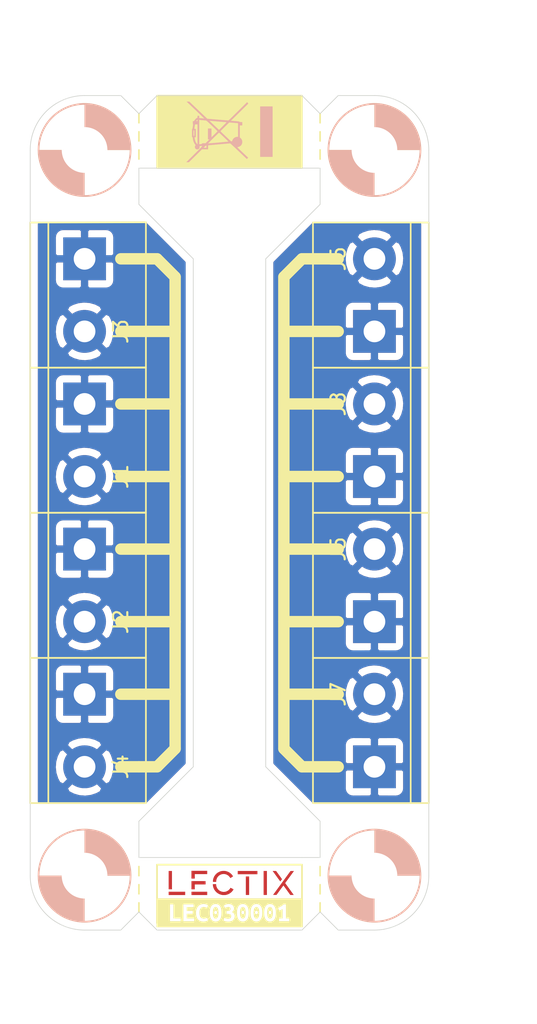
<source format=kicad_pcb>
(kicad_pcb (version 20211014) (generator pcbnew)
  (layers (0 "F.Cu" signal) (31 "B.Cu" signal) (34 "B.Paste" user) (35 "F.Paste" user) (36 "B.SilkS" user "B.Silkscreen") (37 "F.SilkS" user "F.Silkscreen") (38 "B.Mask" user) (39 "F.Mask" user) (44 "Edge.Cuts" user))
  (net 0 "")
  (net 1 "/green")
  (net 2 "/blue")
  (footprint "0_mechanical:MountingHole_3.2mm_M3" (layer "F.Cu") (at 203.2 101.6)
    (fp_text reference "H3" hide)
    (fp_text value "MountingHole" hide)
    (pad "" np_thru_hole circle locked (at 0 0) (size 3.2 3.2) (drill 3.2) (layers *.Cu *.Mask))
  )
  (footprint "0_mechanical:MountingHole_3.2mm_M3" (layer "F.Cu") (at 203.2 50.8)
    (fp_text reference "H4" hide)
    (fp_text value "MountingHole" hide)
    (pad "" np_thru_hole circle locked (at 0 0) (size 3.2 3.2) (drill 3.2) (layers *.Cu *.Mask))
  )
  (footprint "0_connectors:TerminalBlock_bornier-2_P5.08mm-blue" (layer "F.Cu") (at 203.2 81.28 90)
    (fp_text reference "J5" (at 2.54 -2.54 90) (layer "F.SilkS"))
    (fp_text value "Screw_Terminal_01x02_blue")
    (pad "1" thru_hole rect locked (at -2.54 0 90) (size 3 3) (drill 1.52) (layers *.Cu *.Mask) (net 2 "/blue"))
    (pad "2" thru_hole circle locked (at 2.54 0 90) (size 3 3) (drill 1.52) (layers *.Cu *.Mask) (net 2 "/blue"))
  )
  (footprint "0_connectors:TerminalBlock_bornier-2_P5.08mm-blue" (layer "F.Cu") (at 203.2 60.96 90)
    (fp_text reference "J6" (at 2.54 -2.54 90) (layer "F.SilkS"))
    (fp_text value "Screw_Terminal_01x02_blue")
    (pad "1" thru_hole rect locked (at -2.54 0 90) (size 3 3) (drill 1.52) (layers *.Cu *.Mask) (net 2 "/blue"))
    (pad "2" thru_hole circle locked (at 2.54 0 90) (size 3 3) (drill 1.52) (layers *.Cu *.Mask) (net 2 "/blue"))
  )
  (footprint "0_connectors:TerminalBlock_bornier-2_P5.08mm-blue" (layer "F.Cu") (at 203.2 91.44 90)
    (fp_text reference "J7" (at 2.54 -2.54 90) (layer "F.SilkS"))
    (fp_text value "Screw_Terminal_01x02_blue")
    (pad "1" thru_hole rect locked (at -2.54 0 90) (size 3 3) (drill 1.52) (layers *.Cu *.Mask) (net 2 "/blue"))
    (pad "2" thru_hole circle locked (at 2.54 0 90) (size 3 3) (drill 1.52) (layers *.Cu *.Mask) (net 2 "/blue"))
  )
  (footprint "0_connectors:TerminalBlock_bornier-2_P5.08mm-blue" (layer "F.Cu") (at 203.2 71.12 90)
    (fp_text reference "J8" (at 2.54 -2.54 90) (layer "F.SilkS"))
    (fp_text value "Screw_Terminal_01x02_blue")
    (pad "1" thru_hole rect locked (at -2.54 0 90) (size 3 3) (drill 1.52) (layers *.Cu *.Mask) (net 2 "/blue"))
    (pad "2" thru_hole circle locked (at 2.54 0 90) (size 3 3) (drill 1.52) (layers *.Cu *.Mask) (net 2 "/blue"))
  )
  (footprint "0_connectors:TerminalBlock_bornier-2_P5.08mm-green" (layer "F.Cu") (at 182.88 81.28 -90)
    (fp_text reference "J2" (at 2.54 -2.54 90) (layer "F.SilkS"))
    (fp_text value "Screw_Terminal_01x02_green")
    (pad "1" thru_hole rect locked (at -2.54 0 270) (size 3 3) (drill 1.52) (layers *.Cu *.Mask) (net 1 "/green"))
    (pad "2" thru_hole circle locked (at 2.54 0 270) (size 3 3) (drill 1.52) (layers *.Cu *.Mask) (net 1 "/green"))
  )
  (footprint "0_mechanical:MountingHole_3.2mm_M3" (layer "F.Cu") (at 182.88 50.8)
    (fp_text reference "H2" hide)
    (fp_text value "MountingHole" hide)
    (pad "" np_thru_hole circle locked (at 0 0) (size 3.2 3.2) (drill 3.2) (layers *.Cu *.Mask))
  )
  (footprint "0_mechanical:MountingHole_3.2mm_M3" (layer "F.Cu") (at 182.88 101.6)
    (fp_text reference "H1" hide)
    (fp_text value "MountingHole" hide)
    (pad "" np_thru_hole circle locked (at 0 0) (size 3.2 3.2) (drill 3.2) (layers *.Cu *.Mask))
  )
  (footprint "0_connectors:TerminalBlock_bornier-2_P5.08mm-green" (layer "F.Cu") (at 182.88 71.12 -90)
    (fp_text reference "J1" (at 2.54 -2.54 90) (layer "F.SilkS"))
    (fp_text value "Screw_Terminal_01x02_green")
    (pad "1" thru_hole rect locked (at -2.54 0 270) (size 3 3) (drill 1.52) (layers *.Cu *.Mask) (net 1 "/green"))
    (pad "2" thru_hole circle locked (at 2.54 0 270) (size 3 3) (drill 1.52) (layers *.Cu *.Mask) (net 1 "/green"))
  )
  (footprint "0_connectors:TerminalBlock_bornier-2_P5.08mm-green" (layer "F.Cu") (at 182.88 91.44 -90)
    (fp_text reference "J4" (at 2.54 -2.54 90) (layer "F.SilkS"))
    (fp_text value "Screw_Terminal_01x02_green")
    (pad "1" thru_hole rect locked (at -2.54 0 270) (size 3 3) (drill 1.52) (layers *.Cu *.Mask) (net 1 "/green"))
    (pad "2" thru_hole circle locked (at 2.54 0 270) (size 3 3) (drill 1.52) (layers *.Cu *.Mask) (net 1 "/green"))
  )
  (footprint "0_connectors:TerminalBlock_bornier-2_P5.08mm-green" (layer "F.Cu") (at 182.88 60.96 -90)
    (fp_text reference "J3" (at 2.54 -2.54 90) (layer "F.SilkS"))
    (fp_text value "Screw_Terminal_01x02_green")
    (pad "1" thru_hole rect locked (at -2.54 0 270) (size 3 3) (drill 1.52) (layers *.Cu *.Mask) (net 1 "/green"))
    (pad "2" thru_hole circle locked (at 2.54 0 270) (size 3 3) (drill 1.52) (layers *.Cu *.Mask) (net 1 "/green"))
  )
  (footprint "0_logos:Logo_10mm" (layer "F.Cu") (at 193.04 102.1)
    (fp_text reference "LOGO1" hide)
    (fp_text value "logo_lectix_25mm" hide)
    (fp_poly (pts (xy -4.0386 0.45212) (xy -4.25958 0.45212) (xy -4.25958 -0.82296) (xy -4.0386 -0.82296) (xy -4.0386 0.45212)) (layer "F.Cu") (width 0.01) (fill solid))
    (fp_poly (pts (xy 1.95072 -0.60452) (xy 0.58166 -0.60452) (xy 0.58166 -0.8255) (xy 1.95072 -0.8255) (xy 1.95072 -0.60452)) (layer "F.Cu") (width 0.01) (fill solid))
    (fp_poly (pts (xy -0.373791 -0.828885) (xy -0.352051 -0.828102) (xy -0.333524 -0.826865) (xy -0.32512 -0.825987) (xy -0.263464 -0.815889) (xy -0.203518 -0.801142) (xy -0.145498 -0.78188) (xy -0.08962 -0.75824) (xy -0.036099 -0.730358) (xy 0.01485 -0.698368) (xy 0.063012 -0.662408) (xy 0.108171 -0.622612) (xy 0.150111 -0.579116) (xy 0.188617 -0.532056) (xy 0.223475 -0.481567) (xy 0.224753 -0.479538) (xy 0.23095 -0.469396) (xy 0.235873 -0.460824) (xy 0.239032 -0.454716) (xy 0.239933 -0.451966) (xy 0.239927 -0.451954) (xy 0.237616 -0.450206) (xy 0.231584 -0.446064) (xy 0.222376 -0.439884) (xy 0.210541 -0.432024) (xy 0.196627 -0.422841) (xy 0.181181 -0.412692) (xy 0.16475 -0.401934) (xy 0.147883 -0.390925) (xy 0.131127 -0.380021) (xy 0.115029 -0.369581) (xy 0.100138 -0.359961) (xy 0.087 -0.351518) (xy 0.076165 -0.34461) (xy 0.068178 -0.339593) (xy 0.063588 -0.336826) (xy 0.062794 -0.336416) (xy 0.059968 -0.337282) (xy 0.055905 -0.341905) (xy 0.050305 -0.350661) (xy 0.047184 -0.356086) (xy 0.030089 -0.383572) (xy 0.009427 -0.411998) (xy -0.013771 -0.440148) (xy -0.038472 -0.466803) (xy -0.063644 -0.490746) (xy -0.07552 -0.50086) (xy -0.116154 -0.530828) (xy -0.159753 -0.556873) (xy -0.205804 -0.578774) (xy -0.253792 -0.59631) (xy -0.303203 -0.60926) (xy -0.343548 -0.616187) (xy -0.365054 -0.618232) (xy -0.389779 -0.619278) (xy -0.41624 -0.619363) (xy -0.442955 -0.61852) (xy -0.468443 -0.616786) (xy -0.491221 -0.614196) (xy -0.502174 -0.612397) (xy -0.552714 -0.600392) (xy -0.601225 -0.583901) (xy -0.647466 -0.563143) (xy -0.691196 -0.538334) (xy -0.732174 -0.509692) (xy -0.770159 -0.477434) (xy -0.80491 -0.441777) (xy -0.836186 -0.402938) (xy -0.863748 -0.361136) (xy -0.887352 -0.316587) (xy -0.90676 -0.269508) (xy -0.916801 -0.238379) (xy -0.927444 -0.193948) (xy -0.934072 -0.147895) (xy -0.936568 -0.109855) (xy -0.937972 -0.06858) (xy -1.158969 -0.06858) (xy -1.157493 -0.113665) (xy -1.153049 -0.173235) (xy -1.143761 -0.231781) (xy -1.129804 -0.289055) (xy -1.111357 -0.344808) (xy -1.088595 -0.398794) (xy -1.061694 -0.450761) (xy -1.030832 -0.500463) (xy -0.996184 -0.547651) (xy -0.957927 -0.592077) (xy -0.916238 -0.63349) (xy -0.871292 -0.671645) (xy -0.823267 -0.706291) (xy -0.772339 -0.73718) (xy -0.718684 -0.764064) (xy -0.6858 -0.777954) (xy -0.632923 -0.796535) (xy -0.578211 -0.811237) (xy -0.520795 -0.822284) (xy -0.50546 -0.824566) (xy -0.489281 -0.826312) (xy -0.469218 -0.827661) (xy -0.446456 -0.828601) (xy -0.422175 -0.829125) (xy -0.397559 -0.829223) (xy -0.373791 -0.828885)) (layer "F.Cu") (width 0.01) (fill solid))
    (fp_poly (pts (xy 3.260968 -0.8255) (xy 3.466269 -0.542956) (xy 3.490799 -0.509165) (xy 3.514493 -0.476463) (xy 3.53718 -0.445091) (xy 3.558689 -0.415286) (xy 3.578848 -0.387289) (xy 3.597487 -0.361337) (xy 3.614435 -0.337671) (xy 3.62952 -0.31653) (xy 3.642571 -0.298152) (xy 3.653418 -0.282777) (xy 3.661889 -0.270644) (xy 3.667814 -0.261991) (xy 3.671021 -0.257058) (xy 3.67157 -0.255979) (xy 3.670129 -0.252999) (xy 3.666077 -0.246561) (xy 3.659817 -0.237221) (xy 3.651755 -0.225539) (xy 3.642293 -0.212072) (xy 3.631838 -0.197378) (xy 3.620793 -0.182016) (xy 3.609562 -0.166543) (xy 3.598551 -0.151517) (xy 3.588162 -0.137496) (xy 3.578801 -0.125038) (xy 3.570872 -0.114702) (xy 3.564779 -0.107045) (xy 3.560927 -0.102625) (xy 3.55981 -0.101753) (xy 3.558071 -0.103777) (xy 3.553504 -0.109705) (xy 3.546264 -0.119329) (xy 3.536502 -0.132439) (xy 3.524373 -0.148826) (xy 3.510029 -0.168281) (xy 3.493625 -0.190595) (xy 3.475313 -0.215558) (xy 3.455247 -0.242963) (xy 3.433579 -0.272598) (xy 3.410465 -0.304257) (xy 3.386056 -0.337728) (xy 3.360506 -0.372804) (xy 3.333968 -0.409276) (xy 3.306596 -0.446933) (xy 3.29819 -0.458507) (xy 3.270558 -0.496555) (xy 3.243707 -0.533532) (xy 3.217789 -0.569228) (xy 3.19296 -0.603428) (xy 3.169374 -0.635919) (xy 3.147186 -0.666489) (xy 3.126549 -0.694925) (xy 3.107618 -0.721015) (xy 3.090548 -0.744544) (xy 3.075493 -0.765301) (xy 3.062608 -0.783073) (xy 3.052047 -0.797646) (xy 3.043964 -0.808808) (xy 3.038514 -0.816346) (xy 3.035851 -0.820048) (xy 3.035625 -0.82037) (xy 3.034877 -0.821583) (xy 3.034715 -0.822588) (xy 3.035563 -0.823405) (xy 3.037844 -0.824053) (xy 3.041981 -0.824551) (xy 3.048399 -0.824919) (xy 3.057522 -0.825177) (xy 3.069772 -0.825345) (xy 3.085573 -0.825441) (xy 3.105349 -0.825486) (xy 3.129525 -0.8255) (xy 3.146554 -0.825501) (xy 3.260968 -0.8255)) (layer "F.Cu") (width 0.01) (fill solid))
    (fp_poly (pts (xy -1.56718 -0.61214) (xy -2.44094 -0.61214) (xy -2.44094 -0.29972) (xy -2.66446 -0.29972) (xy -2.66446 -0.83312) (xy -1.56718 -0.83312) (xy -1.56718 -0.61214)) (layer "F.Cu") (width 0.01) (fill solid))
    (fp_poly (pts (xy -3.1115 0.85344) (xy -4.25958 0.85344) (xy -4.25958 0.62992) (xy -3.1115 0.62992) (xy -3.1115 0.85344)) (layer "F.Cu") (width 0.01) (fill solid))
    (fp_poly (pts (xy -1.56718 0.85344) (xy -2.65938 0.85344) (xy -2.65938 0.62992) (xy -1.56718 0.62992) (xy -1.56718 0.85344)) (layer "F.Cu") (width 0.01) (fill solid))
    (fp_poly (pts (xy -1.68148 0.10922) (xy -2.44094 0.10922) (xy -2.44094 0.45212) (xy -2.66192 0.45212) (xy -2.66192 -0.1143) (xy -1.68148 -0.1143) (xy -1.68148 0.10922)) (layer "F.Cu") (width 0.01) (fill solid))
    (fp_poly (pts (xy 4.376304 -0.819908) (xy 4.39485 -0.819812) (xy 4.508296 -0.81915) (xy 4.202148 -0.400817) (xy 4.172064 -0.359702) (xy 4.142787 -0.319675) (xy 4.114458 -0.280931) (xy 4.087217 -0.243662) (xy 4.061206 -0.20806) (xy 4.036566 -0.17432) (xy 4.013436 -0.142634) (xy 3.991957 -0.113194) (xy 3.972271 -0.086194) (xy 3.954518 -0.061828) (xy 3.938839 -0.040287) (xy 3.925374 -0.021764) (xy 3.914265 -0.006454) (xy 3.905651 0.005452) (xy 3.899674 0.01376) (xy 3.896474 0.018277) (xy 3.895946 0.019087) (xy 3.897407 0.021269) (xy 3.901707 0.02737) (xy 3.908703 0.037192) (xy 3.918256 0.050541) (xy 3.930224 0.06722) (xy 3.944465 0.087032) (xy 3.960838 0.109783) (xy 3.979202 0.135275) (xy 3.999416 0.163314) (xy 4.021337 0.193701) (xy 4.044825 0.226243) (xy 4.069739 0.260742) (xy 4.095938 0.297003) (xy 4.123279 0.334829) (xy 4.151622 0.374025) (xy 4.180825 0.414395) (xy 4.192671 0.430766) (xy 4.22219 0.471564) (xy 4.250913 0.511274) (xy 4.278699 0.549701) (xy 4.305405 0.586647) (xy 4.330889 0.621916) (xy 4.35501 0.65531) (xy 4.377626 0.686635) (xy 4.398595 0.715692) (xy 4.417775 0.742285) (xy 4.435025 0.766218) (xy 4.450202 0.787293) (xy 4.463164 0.805315) (xy 4.47377 0.820086) (xy 4.481878 0.831411) (xy 4.487346 0.839091) (xy 4.490033 0.842932) (xy 4.490296 0.843347) (xy 4.488016 0.843981) (xy 4.480822 0.844522) (xy 4.468878 0.844969) (xy 4.452349 0.845317) (xy 4.4314 0.845563) (xy 4.406196 0.845703) (xy 4.377266 0.845734) (xy 4.26339 0.845649) (xy 4.02209 0.51178) (xy 3.995526 0.475037) (xy 3.969765 0.439426) (xy 3.944965 0.405163) (xy 3.921283 0.372466) (xy 3.898876 0.34155) (xy 3.877902 0.312632) (xy 3.858517 0.285929) (xy 3.84088 0.261658) (xy 3.825147 0.240034) (xy 3.811475 0.221274) (xy 3.800023 0.205596) (xy 3.790948 0.193215) (xy 3.784406 0.184347) (xy 3.780556 0.179211) (xy 3.77952 0.177933) (xy 3.777906 0.17995) (xy 3.773455 0.185854) (xy 3.766324 0.195427) (xy 3.756674 0.208455) (xy 3.744661 0.224722) (xy 3.730447 0.24401) (xy 3.714188 0.266106) (xy 3.696044 0.290791) (xy 3.676173 0.317851) (xy 3.654734 0.34707) (xy 3.631887 0.378231) (xy 3.607789 0.411119) (xy 3.5826 0.445518) (xy 3.556477 0.481211) (xy 3.53568 0.509644) (xy 3.508925 0.546214) (xy 3.482965 0.581667) (xy 3.457961 0.615786) (xy 3.434072 0.648355) (xy 3.411458 0.679156) (xy 3.390279 0.707973) (xy 3.370693 0.734589) (xy 3.352863 0.758787) (xy 3.336946 0.78035) (xy 3.323102 0.799061) (xy 3.311493 0.814704) (xy 3.302276 0.827061) (xy 3.295613 0.835916) (xy 3.291662 0.841051) (xy 3.29057 0.842335) (xy 3.287574 0.842529) (xy 3.280025 0.84268) (xy 3.26845 0.842789) (xy 3.253375 0.842853) (xy 3.235327 0.84287) (xy 3.214833 0.842839) (xy 3.192419 0.842759) (xy 3.175648 0.842672) (xy 3.063267 0.84201) (xy 3.669225 0.01397) (xy 3.711717 -0.044093) (xy 3.753457 -0.101122) (xy 3.794343 -0.156981) (xy 3.834276 -0.211531) (xy 3.873154 -0.264637) (xy 3.910878 -0.316161) (xy 3.947347 -0.365964) (xy 3.982459 -0.413911) (xy 4.016115 -0.459864) (xy 4.048214 -0.503686) (xy 4.078655 -0.545239) (xy 4.107338 -0.584386) (xy 4.134162 -0.620989) (xy 4.159027 -0.654913) (xy 4.181832 -0.686019) (xy 4.202477 -0.714169) (xy 4.22086 -0.739228) (xy 4.236882 -0.761057) (xy 4.250441 -0.779519) (xy 4.261437 -0.794478) (xy 4.269771 -0.805795) (xy 4.27534 -0.813333) (xy 4.278045 -0.816956) (xy 4.278294 -0.817272) (xy 4.280129 -0.818064) (xy 4.284193 -0.818708) (xy 4.29086 -0.819211) (xy 4.300504 -0.819582) (xy 4.313497 -0.819829) (xy 4.330212 -0.819961) (xy 4.351024 -0.819984) (xy 4.376304 -0.819908)) (layer "F.Cu") (width 0.01) (fill solid))
    (fp_poly (pts (xy -0.941598 0.135255) (xy -0.93688 0.184642) (xy -0.927286 0.233391) (xy -0.913012 0.281126) (xy -0.894257 0.327472) (xy -0.871216 0.372055) (xy -0.844087 0.4145) (xy -0.813067 0.454432) (xy -0.778352 0.491476) (xy -0.74014 0.525258) (xy -0.73406 0.530066) (xy -0.693962 0.558193) (xy -0.650655 0.582754) (xy -0.604786 0.603491) (xy -0.557001 0.620147) (xy -0.507946 0.632466) (xy -0.458267 0.640191) (xy -0.456939 0.640331) (xy -0.435583 0.641812) (xy -0.410988 0.642277) (xy -0.38483 0.641784) (xy -0.358784 0.640393) (xy -0.334525 0.638161) (xy -0.31496 0.635369) (xy -0.26458 0.623968) (xy -0.215829 0.608011) (xy -0.169027 0.587722) (xy -0.124494 0.563326) (xy -0.082553 0.53505) (xy -0.043523 0.503119) (xy -0.007725 0.467757) (xy 0.024521 0.429189) (xy 0.052893 0.387642) (xy 0.063459 0.36957) (xy 0.067764 0.361866) (xy 0.070977 0.356162) (xy 0.072419 0.35366) (xy 0.072428 0.353648) (xy 0.074718 0.354589) (xy 0.080966 0.357586) (xy 0.090622 0.362356) (xy 0.103134 0.368617) (xy 0.11795 0.376087) (xy 0.134518 0.384484) (xy 0.152288 0.393526) (xy 0.170709 0.40293) (xy 0.189227 0.412414) (xy 0.207292 0.421697) (xy 0.224353 0.430496) (xy 0.239857 0.43853) (xy 0.253254 0.445515) (xy 0.263992 0.45117) (xy 0.271519 0.455212) (xy 0.275284 0.45736) (xy 0.275579 0.457574) (xy 0.276342 0.459476) (xy 0.27565 0.462864) (xy 0.273236 0.468246) (xy 0.268829 0.47613) (xy 0.262161 0.487022) (xy 0.252963 0.501432) (xy 0.249532 0.50673) (xy 0.213745 0.557247) (xy 0.174233 0.604456) (xy 0.131253 0.648181) (xy 0.085061 0.688245) (xy 0.035915 0.724473) (xy -0.015929 0.75669) (xy -0.070214 0.784719) (xy -0.126683 0.808386) (xy -0.185078 0.827513) (xy -0.238614 0.840608) (xy -0.259549 0.844715) (xy -0.278693 0.847937) (xy -0.297214 0.850387) (xy -0.316279 0.852177) (xy -0.337056 0.853419) (xy -0.360714 0.854226) (xy -0.38481 0.854665) (xy -0.403035 0.85486) (xy -0.419929 0.85496) (xy -0.434719 0.854966) (xy -0.446633 0.85488) (xy -0.454897 0.854704) (xy -0.45847 0.854485) (xy -0.464358 0.853741) (xy -0.47369 0.85263) (xy -0.484862 0.851341) (xy -0.49022 0.850735) (xy -0.545997 0.842047) (xy -0.601993 0.828574) (xy -0.657599 0.810545) (xy -0.712206 0.788188) (xy -0.765203 0.761731) (xy -0.815981 0.731401) (xy -0.82423 0.725955) (xy -0.854202 0.705098) (xy -0.880956 0.684653) (xy -0.906058 0.663317) (xy -0.931073 0.63979) (xy -0.946282 0.624501) (xy -0.98848 0.577656) (xy -1.026384 0.528179) (xy -1.059914 0.476236) (xy -1.088986 0.421994) (xy -1.113518 0.365618) (xy -1.133426 0.307274) (xy -1.148629 0.247129) (xy -1.156813 0.201477) (xy -1.15802 0.192261) (xy -1.159423 0.17981) (xy -1.160913 0.165307) (xy -1.162382 0.149937) (xy -1.163719 0.134885) (xy -1.164815 0.121334) (xy -1.165562 0.11047) (xy -1.16585 0.103505) (xy -1.163398 0.103107) (xy -1.156379 0.102738) (xy -1.145308 0.102405) (xy -1.130696 0.102119) (xy -1.113059 0.101886) (xy -1.092909 0.101717) (xy -1.070759 0.10162) (xy -1.054481 0.1016) (xy -0.943101 0.1016) (xy -0.941598 0.135255)) (layer "F.Cu") (width 0.01) (fill solid))
    (fp_poly (pts (xy 2.61874 0.84582) (xy 2.39776 0.84582) (xy 2.39776 -0.8255) (xy 2.61874 -0.8255) (xy 2.61874 0.84582)) (layer "F.Cu") (width 0.01) (fill solid))
    (fp_poly (pts (xy 1.3716 0.84582) (xy 1.15062 0.84582) (xy 1.15062 -0.43688) (xy 1.3716 -0.43688) (xy 1.3716 0.84582)) (layer "F.Cu") (width 0.01) (fill solid))
  )
  (footprint "kikit:Tab" (layer "F.Cu") (at 193 46.65 -90)
    (fp_text reference "REF**" hide)
    (fp_text value "Tab")
  )
  (footprint "kikit:Tab" (layer "F.Cu") (at 192.85 105.65 90)
    (fp_text reference "REF**" hide)
    (fp_text value "Tab")
  )
  (footprint "kibuzzard-627E86E4" (layer "F.Cu") (at 193.05 104.2)
    (fp_text reference "kibuzzard-627E86E4" hide)
    (fp_text value "G***" hide)
  )
  (footprint "Symbol:WEEE-Logo_4.2x6mm_SilkScreen" (layer "B.Cu") (at 193.04 49.53 -90)
    (fp_text reference "REF**" hide)
    (fp_text value "WEEE-Logo_4.2x6mm_SilkScreen" hide)
  )
  (gr_line (start 187.96 58.42) (end 185.42 58.42) (layer "F.SilkS") (width 0.8))
  (gr_line (start 189.23 59.69) (end 187.96 58.42) (layer "F.SilkS") (width 0.8))
  (gr_line (start 189.23 83.82) (end 185.42 83.82) (layer "F.SilkS") (width 0.8))
  (gr_line (start 189.23 88.9) (end 185.42 88.9) (layer "F.SilkS") (width 0.8))
  (gr_line (start 189.23 73.66) (end 185.42 73.66) (layer "F.SilkS") (width 0.8))
  (gr_line (start 189.23 63.5) (end 185.42 63.5) (layer "F.SilkS") (width 0.8))
  (gr_line (start 189.23 78.74) (end 185.42 78.74) (layer "F.SilkS") (width 0.8))
  (gr_line (start 189.23 68.58) (end 185.42 68.58) (layer "F.SilkS") (width 0.8))
  (gr_line (start 185.42 93.98) (end 186.69 93.98) (layer "F.SilkS") (width 0.8))
  (gr_line (start 187.96 93.98) (end 189.23 92.71) (layer "F.SilkS") (width 0.8))
  (gr_line (start 186.69 93.98) (end 187.96 93.98) (layer "F.SilkS") (width 0.8))
  (gr_line (start 189.23 92.71) (end 189.23 59.69) (layer "F.SilkS") (width 0.8))
  (gr_line (start 198.12 100.83) (end 187.96 100.83) (layer "F.SilkS") (width 0.12))
  (gr_line (start 186.69 48.26) (end 186.69 48.895) (layer "F.SilkS") (width 0.12))
  (gr_poly (pts (xy 198.12 52.07) (xy 187.96 52.07) (xy 187.96 46.99) (xy 198.12 46.99)) (layer "F.SilkS") (width 0.1) (fill solid))
  (gr_line (start 196.85 88.9) (end 200.66 88.9) (layer "F.SilkS") (width 0.8))
  (gr_line (start 186.69 100.965) (end 186.69 101.6) (layer "F.SilkS") (width 0.12))
  (gr_line (start 200.66 63.5) (end 196.85 63.5) (layer "F.SilkS") (width 0.8))
  (gr_line (start 199.39 102.87) (end 199.39 102.235) (layer "F.SilkS") (width 0.12))
  (gr_line (start 196.85 78.74) (end 200.66 78.74) (layer "F.SilkS") (width 0.8))
  (gr_line (start 198.12 104.91) (end 198.12 100.83) (layer "F.SilkS") (width 0.12))
  (gr_line (start 196.85 92.71) (end 196.85 59.69) (layer "F.SilkS") (width 0.8))
  (gr_line (start 196.85 59.69) (end 198.12 58.42) (layer "F.SilkS") (width 0.8))
  (gr_line (start 186.69 49.53) (end 186.69 50.165) (layer "F.SilkS") (width 0.12))
  (gr_line (start 199.39 101.6) (end 199.39 100.965) (layer "F.SilkS") (width 0.12))
  (gr_line (start 198.12 58.42) (end 200.66 58.42) (layer "F.SilkS") (width 0.8))
  (gr_line (start 187.96 104.91) (end 198.12 104.91) (layer "F.SilkS") (width 0.12))
  (gr_line (start 199.39 104.14) (end 199.39 103.505) (layer "F.SilkS") (width 0.12))
  (gr_line (start 199.39 49.53) (end 199.39 50.165) (layer "F.SilkS") (width 0.12))
  (gr_line (start 200.66 93.98) (end 198.12 93.98) (layer "F.SilkS") (width 0.8))
  (gr_line (start 200.66 83.82) (end 196.85 83.82) (layer "F.SilkS") (width 0.8))
  (gr_line (start 199.39 48.26) (end 199.39 48.895) (layer "F.SilkS") (width 0.12))
  (gr_line (start 187.96 100.83) (end 187.96 104.91) (layer "F.SilkS") (width 0.12))
  (gr_line (start 186.69 103.505) (end 186.69 104.14) (layer "F.SilkS") (width 0.12))
  (gr_line (start 186.69 50.8) (end 186.69 51.435) (layer "F.SilkS") (width 0.12))
  (gr_line (start 199.39 50.8) (end 199.39 51.435) (layer "F.SilkS") (width 0.12))
  (gr_line (start 200.66 73.66) (end 196.85 73.66) (layer "F.SilkS") (width 0.8))
  (gr_line (start 196.85 68.58) (end 200.66 68.58) (layer "F.SilkS") (width 0.8))
  (gr_line (start 186.69 102.235) (end 186.69 102.87) (layer "F.SilkS") (width 0.12))
  (gr_line (start 198.12 93.98) (end 196.85 92.71) (layer "F.SilkS") (width 0.8))
  (gr_line (start 186.69 54.61) (end 190.5 58.42) (layer "Edge.Cuts") (width 0.05))
  (gr_line (start 186.69 97.79) (end 190.5 93.98) (layer "Edge.Cuts") (width 0.05))
  (gr_line (start 190.5 93.98) (end 190.5 58.42) (layer "Edge.Cuts") (width 0.05))
  (gr_line (start 199.39 100.33) (end 199.39 97.79) (layer "Edge.Cuts") (width 0.05))
  (gr_line (start 186.69 100.33) (end 186.69 97.79) (layer "Edge.Cuts") (width 0.05))
  (gr_line (start 199.39 54.61) (end 199.39 52.07) (layer "Edge.Cuts") (width 0.05))
  (gr_line (start 186.69 54.61) (end 186.69 52.07) (layer "Edge.Cuts") (width 0.05))
  (gr_line (start 200.66 46.99) (end 203.2 46.99) (layer "Edge.Cuts") (width 0.05))
  (gr_line (start 198.12 46.99) (end 199.39 48.26) (layer "Edge.Cuts") (width 0.05))
  (gr_line (start 186.69 48.26) (end 187.96 46.99) (layer "Edge.Cuts") (width 0.05))
  (gr_line (start 185.42 46.99) (end 186.69 48.26) (layer "Edge.Cuts") (width 0.05))
  (gr_line (start 182.88 46.99) (end 185.42 46.99) (layer "Edge.Cuts") (width 0.05))
  (gr_line (start 200.66 105.41) (end 203.2 105.41) (layer "Edge.Cuts") (width 0.05))
  (gr_line (start 187.96 105.41) (end 198.12 105.41) (layer "Edge.Cuts") (width 0.05))
  (gr_line (start 185.42 105.41) (end 186.69 104.14) (layer "Edge.Cuts") (width 0.05))
  (gr_line (start 182.88 105.41) (end 185.42 105.41) (layer "Edge.Cuts") (width 0.05))
  (gr_line (start 179.07 50.8) (end 179.07 101.6) (layer "Edge.Cuts") (width 0.05))
  (gr_line (start 207.01 50.8) (end 207.01 101.6) (layer "Edge.Cuts") (width 0.05))
  (gr_arc (start 203.2 46.99) (mid 205.894077 48.105923) (end 207.01 50.8) (layer "Edge.Cuts") (width 0.05))
  (gr_arc (start 182.88 105.41) (mid 180.185923 104.294077) (end 179.07 101.6) (layer "Edge.Cuts") (width 0.05))
  (gr_arc (start 179.07 50.8) (mid 180.185923 48.105923) (end 182.88 46.99) (layer "Edge.Cuts") (width 0.05))
  (gr_line (start 195.58 58.42) (end 195.58 93.98) (layer "Edge.Cuts") (width 0.05))
  (gr_arc (start 207.01 101.6) (mid 205.894077 104.294077) (end 203.2 105.41) (layer "Edge.Cuts") (width 0.05))
  (gr_line (start 199.39 48.26) (end 200.66 46.99) (layer "Edge.Cuts") (width 0.05))
  (gr_line (start 199.39 100.33) (end 198.12 100.33) (layer "Edge.Cuts") (width 0.05))
  (gr_line (start 199.39 54.61) (end 195.58 58.42) (layer "Edge.Cuts") (width 0.05))
  (gr_line (start 186.69 52.07) (end 199.39 52.07) (layer "Edge.Cuts") (width 0.05))
  (gr_line (start 186.69 104.14) (end 187.96 105.41) (layer "Edge.Cuts") (width 0.05))
  (gr_line (start 198.12 105.41) (end 199.39 104.14) (layer "Edge.Cuts") (width 0.05))
  (gr_line (start 187.96 46.99) (end 198.12 46.99) (layer "Edge.Cuts") (width 0.05))
  (gr_line (start 199.39 104.14) (end 200.66 105.41) (layer "Edge.Cuts") (width 0.05))
  (gr_line (start 198.12 100.33) (end 186.69 100.33) (layer "Edge.Cuts") (width 0.05))
  (gr_line (start 195.58 93.98) (end 199.39 97.79) (layer "Edge.Cuts") (width 0.05))
  (zone (net 1) (net_name "/green") (layer "F.Cu") (connect_pads (clearance 0.508)) (min_thickness 0.254) (fill yes (thermal_gap 0.508) (thermal_bridge_width 0.508))
    (polygon (pts (xy 190.5 96.52) (xy 179.07 96.52) (xy 179.07 55.88) (xy 190.5 55.88)))
  )
  (zone (net 2) (net_name "/blue") (layer "F.Cu") (connect_pads (clearance 0.508)) (min_thickness 0.254) (fill yes (thermal_gap 0.508) (thermal_bridge_width 0.508))
    (polygon (pts (xy 207.01 96.52) (xy 195.58 96.52) (xy 195.58 55.88) (xy 207.01 55.88)))
  )
  (zone (net 2) (net_name "/blue") (layer "B.Cu") (connect_pads (clearance 0.508)) (min_thickness 0.254) (fill yes (thermal_gap 0.508) (thermal_bridge_width 0.508))
    (polygon (pts (xy 195.58 96.52) (xy 207.01 96.52) (xy 207.01 55.88) (xy 195.58 55.88)))
  )
  (zone (net 1) (net_name "/green") (layer "B.Cu") (connect_pads (clearance 0.508)) (min_thickness 0.254) (fill yes (thermal_gap 0.508) (thermal_bridge_width 0.508))
    (polygon (pts (xy 179.07 96.52) (xy 190.5 96.52) (xy 190.5 55.88) (xy 179.07 55.88)))
  )
)
</source>
